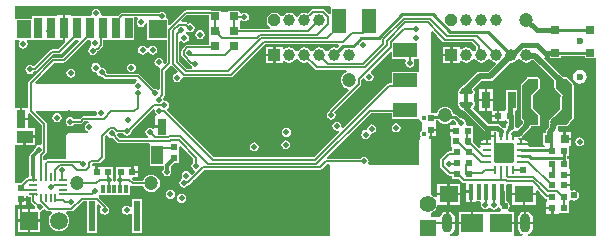
<source format=gbr>
%TF.GenerationSoftware,Altium Limited,Altium Designer,19.0.15 (446)*%
G04 Layer_Physical_Order=4*
G04 Layer_Color=16711680*
%FSLAX26Y26*%
%MOIN*%
%TF.FileFunction,Copper,L4,Bot,Signal*%
%TF.Part,Single*%
G01*
G75*
%TA.AperFunction,NonConductor*%
%ADD10C,0.008000*%
%TA.AperFunction,SMDPad,CuDef*%
%ADD12R,0.021654X0.023622*%
%ADD13R,0.023622X0.021654*%
%ADD22R,0.029528X0.031496*%
%ADD23R,0.023622X0.019685*%
%ADD24C,0.012008*%
%ADD25O,0.012008X0.062992*%
%ADD36C,0.047244*%
%ADD39R,0.019685X0.023622*%
%ADD52R,0.011811X0.031496*%
%TA.AperFunction,Conductor*%
%ADD54C,0.008000*%
%ADD55C,0.012000*%
%ADD56C,0.015000*%
%ADD57C,0.010000*%
%ADD58C,0.007874*%
%ADD60C,0.006000*%
%ADD61C,0.007992*%
%ADD63C,0.020000*%
%ADD64C,0.006063*%
%TA.AperFunction,ComponentPad*%
%ADD67C,0.039370*%
G04:AMPARAMS|DCode=68|XSize=39mil|YSize=39mil|CornerRadius=0mil|HoleSize=0mil|Usage=FLASHONLY|Rotation=0.000|XOffset=0mil|YOffset=0mil|HoleType=Round|Shape=Octagon|*
%AMOCTAGOND68*
4,1,8,0.019500,-0.009750,0.019500,0.009750,0.009750,0.019500,-0.009750,0.019500,-0.019500,0.009750,-0.019500,-0.009750,-0.009750,-0.019500,0.009750,-0.019500,0.019500,-0.009750,0.0*
%
%ADD68OCTAGOND68*%

%ADD69C,0.023622*%
%ADD70O,0.035433X0.062992*%
%TA.AperFunction,WasherPad*%
%ADD71C,0.015000*%
%TA.AperFunction,ComponentPad*%
%ADD72R,0.039000X0.039000*%
%ADD73C,0.059055*%
%ADD74R,0.059055X0.059055*%
%ADD75C,0.047244*%
%ADD76C,0.055118*%
%ADD77R,0.055118X0.055118*%
%TA.AperFunction,ViaPad*%
%ADD78C,0.024000*%
%ADD79C,0.019685*%
%ADD80C,0.025984*%
%TA.AperFunction,SMDPad,CuDef*%
%ADD83R,0.027559X0.068898*%
%ADD84R,0.059055X0.059055*%
%ADD85R,0.051181X0.059055*%
%ADD86R,0.031496X0.059055*%
%ADD87R,0.057087X0.039370*%
%ADD88R,0.031496X0.055118*%
%ADD89R,0.039370X0.061024*%
%ADD90R,0.023622X0.102362*%
%ADD91R,0.019685X0.019685*%
%ADD92R,0.029528X0.057087*%
G04:AMPARAMS|DCode=93|XSize=66.929mil|YSize=66.929mil|CornerRadius=2.008mil|HoleSize=0mil|Usage=FLASHONLY|Rotation=180.000|XOffset=0mil|YOffset=0mil|HoleType=Round|Shape=RoundedRectangle|*
%AMROUNDEDRECTD93*
21,1,0.066929,0.062913,0,0,180.0*
21,1,0.062913,0.066929,0,0,180.0*
1,1,0.004016,-0.031457,0.031457*
1,1,0.004016,0.031457,0.031457*
1,1,0.004016,0.031457,-0.031457*
1,1,0.004016,-0.031457,-0.031457*
%
%ADD93ROUNDEDRECTD93*%
G04:AMPARAMS|DCode=94|XSize=9.842mil|YSize=27.559mil|CornerRadius=1.968mil|HoleSize=0mil|Usage=FLASHONLY|Rotation=180.000|XOffset=0mil|YOffset=0mil|HoleType=Round|Shape=RoundedRectangle|*
%AMROUNDEDRECTD94*
21,1,0.009842,0.023622,0,0,180.0*
21,1,0.005906,0.027559,0,0,180.0*
1,1,0.003937,-0.002953,0.011811*
1,1,0.003937,0.002953,0.011811*
1,1,0.003937,0.002953,-0.011811*
1,1,0.003937,-0.002953,-0.011811*
%
%ADD94ROUNDEDRECTD94*%
G04:AMPARAMS|DCode=95|XSize=9.842mil|YSize=27.559mil|CornerRadius=1.968mil|HoleSize=0mil|Usage=FLASHONLY|Rotation=90.000|XOffset=0mil|YOffset=0mil|HoleType=Round|Shape=RoundedRectangle|*
%AMROUNDEDRECTD95*
21,1,0.009842,0.023622,0,0,90.0*
21,1,0.005906,0.027559,0,0,90.0*
1,1,0.003937,0.011811,0.002953*
1,1,0.003937,0.011811,-0.002953*
1,1,0.003937,-0.011811,-0.002953*
1,1,0.003937,-0.011811,0.002953*
%
%ADD95ROUNDEDRECTD95*%
%ADD96R,0.027559X0.025591*%
%TA.AperFunction,ConnectorPad*%
%ADD97R,0.062992X0.055118*%
%ADD98R,0.074803X0.061024*%
%ADD99R,0.015748X0.053150*%
%TA.AperFunction,SMDPad,CuDef*%
%ADD100O,0.008661X0.029528*%
%ADD101O,0.029528X0.008661*%
%ADD102R,0.029528X0.027559*%
%ADD103R,0.029528X0.025591*%
%ADD104R,0.029528X0.025591*%
%ADD105R,0.082677X0.047244*%
%ADD106R,0.047244X0.082677*%
%TA.AperFunction,Conductor*%
%ADD107C,0.015748*%
G36*
X1060907Y777367D02*
X1063976Y772638D01*
Y752314D01*
X1057976Y749829D01*
X1043551Y764254D01*
X1040931Y766005D01*
X1037840Y766620D01*
X1004606D01*
X1001516Y766005D01*
X998895Y764254D01*
X986878Y752236D01*
X985585Y753100D01*
X975984Y755010D01*
X966383Y753100D01*
X958244Y747661D01*
X954354Y741839D01*
X947615D01*
X943724Y747661D01*
X935585Y753100D01*
X925984Y755010D01*
X916383Y753100D01*
X908244Y747661D01*
X905695Y743847D01*
X898564Y743973D01*
X888195Y754342D01*
X863774D01*
X851563Y742132D01*
Y717711D01*
X862284Y706990D01*
X860176Y700990D01*
X760110D01*
Y727623D01*
X763429Y729259D01*
X766110Y729917D01*
X770422Y727036D01*
X776182Y725890D01*
X781943Y727036D01*
X786826Y730299D01*
X790089Y735183D01*
X791235Y740943D01*
X790089Y746704D01*
X786826Y751587D01*
X781943Y754851D01*
X776182Y755996D01*
X770422Y754851D01*
X766110Y751970D01*
X763429Y752628D01*
X760110Y754264D01*
Y758000D01*
X759843D01*
Y760630D01*
X720472D01*
Y758000D01*
X698819D01*
Y760630D01*
X670870D01*
X670822Y760678D01*
X668202Y762429D01*
X665111Y763043D01*
X580519D01*
X577428Y762429D01*
X574808Y760678D01*
X527197Y713067D01*
X521654Y715363D01*
Y734645D01*
X518487D01*
X515017Y740646D01*
X515819Y744676D01*
X514673Y750436D01*
X511410Y755320D01*
X506526Y758583D01*
X500766Y759729D01*
X495005Y758583D01*
X490488Y755565D01*
X369141D01*
X366051Y754950D01*
X363430Y753199D01*
X354719Y744488D01*
X328740D01*
Y744488D01*
X322834D01*
Y744488D01*
X301170D01*
X296983Y750488D01*
X297480Y752989D01*
X296334Y758750D01*
X293071Y763634D01*
X288188Y766897D01*
X282427Y768042D01*
X276667Y766897D01*
X271783Y763634D01*
X268520Y758750D01*
X267374Y752989D01*
X267872Y750488D01*
X263685Y744488D01*
X242220D01*
X242126Y744488D01*
Y744488D01*
X236220D01*
Y744488D01*
X200643D01*
X195866Y747441D01*
X195866Y747441D01*
X195866Y747441D01*
X178149D01*
Y705118D01*
Y659067D01*
X178901Y657252D01*
X154454Y632805D01*
X134571D01*
X131480Y632190D01*
X128860Y630439D01*
X75088Y576667D01*
X71528D01*
X66720Y579880D01*
X60960Y581025D01*
X55199Y579880D01*
X50316Y576616D01*
X47053Y571733D01*
X45907Y565972D01*
X47053Y560212D01*
X50316Y555328D01*
X55199Y552065D01*
X60960Y550919D01*
X66720Y552065D01*
X71604Y555328D01*
X74867Y560212D01*
X74927Y560514D01*
X78433D01*
X81524Y561129D01*
X84144Y562880D01*
X137916Y616652D01*
X157799D01*
X160890Y617266D01*
X163510Y619017D01*
X210240Y665748D01*
X222864D01*
X225160Y660205D01*
X169944Y604988D01*
X139615D01*
X136524Y604373D01*
X133904Y602622D01*
X58218Y526936D01*
X56468Y524316D01*
X55853Y521225D01*
Y443674D01*
X54134Y438386D01*
X34450D01*
Y404921D01*
X54134D01*
Y418459D01*
X60134Y420944D01*
X101223Y379856D01*
Y316927D01*
X95223Y313296D01*
X91535Y314029D01*
X85775Y312884D01*
X84854Y312268D01*
X79725Y316057D01*
Y337992D01*
X47244D01*
Y314370D01*
X77398D01*
X78660Y312654D01*
X80183Y308560D01*
X77628Y304737D01*
X76482Y298976D01*
X76712Y297821D01*
X62992Y284101D01*
X60578Y280489D01*
X59731Y276227D01*
Y212598D01*
X59957Y211459D01*
X55694Y205951D01*
X55427Y205820D01*
X54992D01*
X51511Y205127D01*
X48560Y203156D01*
X34380Y188976D01*
X15158D01*
Y188976D01*
X10035Y191094D01*
Y314370D01*
X39370D01*
Y341929D01*
X43307D01*
Y345866D01*
X79725D01*
Y369488D01*
X54134D01*
Y397047D01*
X30512D01*
Y400984D01*
X26576D01*
Y438386D01*
X10035D01*
Y665748D01*
X23985D01*
X24533Y665113D01*
X26643Y659748D01*
X24479Y656508D01*
X23333Y650748D01*
X24479Y644987D01*
X27742Y640104D01*
X32625Y636841D01*
X38386Y635695D01*
X44146Y636841D01*
X49030Y640104D01*
X52293Y644987D01*
X53439Y650748D01*
X52293Y656508D01*
X50129Y659748D01*
X52239Y665113D01*
X52786Y665748D01*
X106205D01*
X106299Y665748D01*
X112205D01*
X112299Y665748D01*
X147782Y665748D01*
X152559Y662795D01*
X154383Y662795D01*
X170275D01*
Y705118D01*
Y747441D01*
X152559D01*
X147782Y744488D01*
X146559Y744488D01*
X112299D01*
X112205Y744488D01*
X106299D01*
X106205Y744488D01*
X68898D01*
Y734645D01*
X10035D01*
Y777367D01*
X1060907Y777367D01*
D02*
G37*
G36*
X658110Y647935D02*
X585847D01*
X582756Y647320D01*
X580136Y645569D01*
X568635Y634069D01*
X566885Y631449D01*
X566270Y628358D01*
Y613642D01*
X566885Y610551D01*
X568635Y607931D01*
X593833Y582733D01*
X596453Y580982D01*
X596952Y580883D01*
X597115Y580065D01*
X600378Y575182D01*
X602788Y573571D01*
X600968Y567571D01*
X586110D01*
X558549Y595132D01*
Y658909D01*
X564549Y660729D01*
X565466Y659356D01*
X570350Y656093D01*
X576110Y654947D01*
X581871Y656093D01*
X586754Y659356D01*
X590017Y664239D01*
X591163Y670000D01*
X590017Y675760D01*
X586754Y680644D01*
X581871Y683907D01*
X580268Y689952D01*
X580525Y690445D01*
X587706Y692222D01*
X589517Y691013D01*
X595277Y689867D01*
X601038Y691013D01*
X605921Y694276D01*
X609184Y699159D01*
X610330Y704920D01*
X609184Y710680D01*
X605921Y715564D01*
X601038Y718827D01*
X595277Y719973D01*
X589517Y718827D01*
X589209Y718621D01*
X586365Y721465D01*
X583745Y723216D01*
X580654Y723831D01*
X568644D01*
X566348Y729374D01*
X583865Y746890D01*
X658110D01*
Y647935D01*
D02*
G37*
G36*
X421423Y733412D02*
X421207Y733267D01*
X417943Y728383D01*
X416798Y722623D01*
X417943Y716862D01*
X421207Y711979D01*
X426090Y708716D01*
X431851Y707570D01*
X437611Y708716D01*
X442495Y711979D01*
X445758Y716862D01*
X446756Y721880D01*
X452756Y721289D01*
Y665748D01*
X516577D01*
Y590595D01*
X511224Y585242D01*
X505694Y588197D01*
X506053Y590000D01*
X504907Y595760D01*
X501644Y600644D01*
X496760Y603907D01*
X491000Y605053D01*
X485240Y603907D01*
X480356Y600644D01*
X477093Y595760D01*
X475947Y590000D01*
X477093Y584240D01*
X480356Y579356D01*
X485240Y576093D01*
X491000Y574947D01*
X492803Y575306D01*
X495227Y572187D01*
X496048Y569833D01*
X494764Y567912D01*
X494149Y564821D01*
Y501536D01*
X493217Y500776D01*
X488149Y498878D01*
X484772Y501134D01*
X479012Y502280D01*
X475393Y501560D01*
X428226Y548727D01*
X425606Y550478D01*
X422515Y551093D01*
X402434D01*
X401843Y557092D01*
X403091Y557341D01*
X405369Y557794D01*
X410252Y561057D01*
X413515Y565941D01*
X414661Y571701D01*
X413515Y577462D01*
X410252Y582345D01*
X405369Y585609D01*
X399608Y586754D01*
X393848Y585609D01*
X388964Y582345D01*
X385701Y577462D01*
X384555Y571701D01*
X385701Y565941D01*
X388964Y561057D01*
X393848Y557794D01*
X396125Y557341D01*
X397374Y557092D01*
X396783Y551093D01*
X319561D01*
X315037Y556371D01*
X315053Y556451D01*
X313907Y562211D01*
X310644Y567095D01*
X305760Y570358D01*
X300000Y571504D01*
X294647Y576557D01*
X294421Y577694D01*
X291158Y582577D01*
X286274Y585841D01*
X280514Y586986D01*
X274753Y585841D01*
X269870Y582577D01*
X266607Y577694D01*
X265461Y571933D01*
X266607Y566173D01*
X269870Y561289D01*
X274753Y558026D01*
X280514Y556880D01*
X285867Y551827D01*
X286093Y550690D01*
X289356Y545807D01*
X294240Y542543D01*
X300000Y541398D01*
X303029Y542000D01*
X307724Y537305D01*
X310344Y535554D01*
X313435Y534940D01*
X416197D01*
X418225Y532265D01*
X415814Y525743D01*
X410931Y522480D01*
X407895Y517936D01*
X406496Y518516D01*
X80481D01*
X78185Y524059D01*
X142960Y588835D01*
X173289D01*
X176380Y589450D01*
X179000Y591200D01*
X253548Y665748D01*
X262636D01*
X265843Y659748D01*
X265567Y659336D01*
X264421Y653575D01*
X265567Y647815D01*
X262640Y641395D01*
X259972Y639612D01*
X256709Y634728D01*
X255563Y628968D01*
X256709Y623207D01*
X259972Y618323D01*
X264855Y615060D01*
X270616Y613915D01*
X276376Y615060D01*
X281260Y618323D01*
X284523Y623207D01*
X285423Y627735D01*
X286832D01*
X289923Y628350D01*
X292543Y630100D01*
X302949Y640506D01*
X304700Y643126D01*
X305315Y646217D01*
Y665748D01*
X322834D01*
Y665748D01*
X328740D01*
Y665748D01*
X366047D01*
X366141Y665748D01*
Y665748D01*
X372047D01*
Y665748D01*
X409448D01*
Y739412D01*
X419603D01*
X421423Y733412D01*
D02*
G37*
G36*
X1091366Y643860D02*
X1084978Y637473D01*
X1075984Y639261D01*
X1066383Y637352D01*
X1058244Y631913D01*
X1054354Y626091D01*
X1047614D01*
X1043724Y631913D01*
X1035585Y637352D01*
X1025984Y639261D01*
X1016383Y637352D01*
X1008244Y631913D01*
X1004354Y626091D01*
X997615D01*
X993724Y631913D01*
X985585Y637352D01*
X975984Y639261D01*
X966383Y637352D01*
X958244Y631913D01*
X954354Y626091D01*
X947615D01*
X943724Y631913D01*
X935585Y637352D01*
X925984Y639261D01*
X916383Y637352D01*
X909358Y632658D01*
X903358Y634579D01*
Y641547D01*
X879921D01*
Y614173D01*
Y586799D01*
X903358D01*
Y593767D01*
X909358Y595688D01*
X916383Y590994D01*
X925984Y589085D01*
X935585Y590994D01*
X943724Y596433D01*
X947615Y602255D01*
X954354D01*
X958244Y596433D01*
X966383Y590994D01*
X975984Y589085D01*
X985585Y590994D01*
X986013Y591280D01*
X1011080Y566213D01*
X1014031Y564242D01*
X1017512Y563549D01*
X1115399D01*
X1116593Y557549D01*
X1111984Y555640D01*
X1106021Y551065D01*
X1101446Y545102D01*
X1098570Y538159D01*
X1097589Y530707D01*
X1098570Y523256D01*
X1101446Y516313D01*
X1106021Y510350D01*
X1111984Y505775D01*
X1118927Y502899D01*
X1122766Y502394D01*
X1124917Y496058D01*
X1060158Y431300D01*
X1058407Y428680D01*
X1057988Y426571D01*
X1055225Y424725D01*
X1051961Y419841D01*
X1050816Y414081D01*
X1051961Y408320D01*
X1055225Y403437D01*
X1060108Y400173D01*
X1065869Y399028D01*
X1071629Y400173D01*
X1076513Y403437D01*
X1079776Y408320D01*
X1080922Y414081D01*
X1079776Y419841D01*
X1076513Y424725D01*
X1076505Y424803D01*
X1163633Y511931D01*
X1165383Y514551D01*
X1165998Y517642D01*
Y530484D01*
X1171773Y536259D01*
X1176568Y535485D01*
X1178552Y534553D01*
X1181356Y530356D01*
X1186239Y527093D01*
X1192000Y525947D01*
X1197761Y527093D01*
X1202644Y530356D01*
X1205907Y535240D01*
X1207053Y541000D01*
X1205907Y546760D01*
X1202644Y551644D01*
X1198447Y554448D01*
X1197515Y556433D01*
X1196742Y561227D01*
X1261189Y625675D01*
X1266732Y623379D01*
Y601378D01*
X1312334D01*
X1315422Y595378D01*
X1313845Y593017D01*
X1312699Y587257D01*
X1313845Y581496D01*
X1317108Y576613D01*
X1321991Y573350D01*
X1327752Y572204D01*
X1333512Y573350D01*
X1338396Y576613D01*
X1341659Y581496D01*
X1342805Y587257D01*
X1341659Y593017D01*
X1340082Y595378D01*
X1343170Y601378D01*
X1358074D01*
X1358074Y558465D01*
X1266732D01*
Y519387D01*
X1257077D01*
X1253598Y518695D01*
X1250648Y516724D01*
X1104454Y370530D01*
X1098925Y373486D01*
X1099699Y377378D01*
X1098553Y383138D01*
X1095290Y388022D01*
X1090406Y391285D01*
X1084646Y392431D01*
X1078885Y391285D01*
X1074002Y388022D01*
X1070738Y383138D01*
X1069593Y377378D01*
X1070738Y371617D01*
X1074002Y366734D01*
X1078885Y363471D01*
X1084646Y362325D01*
X1088538Y363099D01*
X1091493Y357569D01*
X1007976Y274053D01*
X673944D01*
X519570Y428427D01*
X520330Y436152D01*
X520445Y436228D01*
X523708Y441112D01*
X524854Y446872D01*
X523708Y452633D01*
X520445Y457516D01*
X515561Y460779D01*
X511808Y461526D01*
X506318Y464682D01*
X505172Y470443D01*
X505001Y470699D01*
X507936Y473635D01*
X509687Y476255D01*
X510302Y479345D01*
Y561476D01*
X526910Y578084D01*
X532622Y579722D01*
X534891Y577896D01*
X553302Y559485D01*
X552804Y556903D01*
X550939Y553363D01*
X546406Y552461D01*
X541523Y549198D01*
X538260Y544314D01*
X537114Y538554D01*
X538260Y532793D01*
X541523Y527910D01*
X546406Y524647D01*
X552167Y523501D01*
X557927Y524647D01*
X562811Y527910D01*
X566074Y532793D01*
X567027Y537582D01*
X571193Y540462D01*
X572545Y541111D01*
X575636Y540497D01*
X731644D01*
X734735Y541111D01*
X737355Y542862D01*
X843896Y649404D01*
X1089070D01*
X1091366Y643860D01*
D02*
G37*
G36*
X284863Y423122D02*
X284162Y419594D01*
X284895Y415907D01*
X281264Y409906D01*
X273599D01*
X273184Y409989D01*
X239877D01*
X236787Y409374D01*
X234167Y407624D01*
X226844Y400301D01*
X207930D01*
X206215Y402869D01*
X201331Y406132D01*
X195571Y407278D01*
X189810Y406132D01*
X184927Y402869D01*
X181663Y397985D01*
X180518Y392225D01*
X181663Y386464D01*
X184927Y381581D01*
X189810Y378317D01*
X195571Y377172D01*
X201331Y378317D01*
X206215Y381581D01*
X207930Y384148D01*
X230190D01*
X233280Y384763D01*
X235900Y386514D01*
X243223Y393836D01*
X256086D01*
X256677Y387836D01*
X253151Y387135D01*
X248267Y383872D01*
X245004Y378988D01*
X243858Y373228D01*
X245004Y367467D01*
X248267Y362583D01*
X253151Y359320D01*
X253949Y359161D01*
X253358Y353161D01*
X187992D01*
X184226Y351601D01*
X182665Y347835D01*
Y269094D01*
X181325Y267088D01*
X120105D01*
X117014Y266473D01*
X114394Y264722D01*
X112502Y262830D01*
X106502Y265315D01*
Y277399D01*
X115010Y285907D01*
X116761Y288527D01*
X117376Y291618D01*
Y383201D01*
X116761Y386292D01*
X115010Y388912D01*
X80343Y423579D01*
X82639Y429122D01*
X281158D01*
X284863Y423122D01*
D02*
G37*
G36*
X477392Y430976D02*
X477030Y429155D01*
X478176Y423394D01*
X481439Y418511D01*
X483959Y416827D01*
X482139Y410827D01*
X477362D01*
Y379331D01*
X500984D01*
Y371457D01*
X477362D01*
Y369567D01*
X471362Y367747D01*
X471230Y367945D01*
X466346Y371208D01*
X460586Y372354D01*
X454825Y371208D01*
X449942Y367945D01*
X446678Y363061D01*
X445533Y357301D01*
X446678Y351540D01*
X449942Y346657D01*
X454825Y343394D01*
X456460Y343068D01*
X455869Y337068D01*
X362150D01*
X352516Y346702D01*
X355002Y352702D01*
X373131D01*
X374846Y350134D01*
X379730Y346871D01*
X385491Y345726D01*
X391251Y346871D01*
X396135Y350134D01*
X399398Y355018D01*
X400544Y360779D01*
X400239Y362308D01*
X471863Y433932D01*
X477392Y430976D01*
D02*
G37*
G36*
X1266732Y401378D02*
X1355776D01*
X1359252Y401378D01*
X1362966Y396916D01*
X1364785Y394194D01*
X1368110Y391973D01*
Y363152D01*
X1364776Y360924D01*
X1362031Y356815D01*
X1361067Y351969D01*
X1362031Y347122D01*
X1364776Y343013D01*
X1362595Y337255D01*
X1362511Y337171D01*
X1360336Y333915D01*
X1358838Y330296D01*
X1358838Y330296D01*
X1358837Y330295D01*
X1358508Y328636D01*
X1358074Y326456D01*
X1358074Y326455D01*
X1358074Y326455D01*
X1358075Y324497D01*
Y247244D01*
X1191751D01*
X1188543Y253244D01*
X1189104Y254083D01*
X1190250Y259844D01*
X1189104Y265604D01*
X1185841Y270488D01*
X1180957Y273751D01*
X1175197Y274897D01*
X1169436Y273751D01*
X1164553Y270488D01*
X1162837Y267920D01*
X1052788D01*
X1050303Y273920D01*
X1197306Y420923D01*
X1266732D01*
Y401378D01*
D02*
G37*
G36*
X322309Y345237D02*
X324397Y342111D01*
X329281Y338848D01*
X335041Y337702D01*
X338070Y338305D01*
X353094Y323281D01*
X355714Y321530D01*
X358805Y320915D01*
X459570D01*
X460630Y315354D01*
X460630D01*
Y244488D01*
X508506D01*
Y236339D01*
X507466Y235644D01*
X504203Y230760D01*
X503057Y225000D01*
X504203Y219239D01*
X507466Y214356D01*
X512350Y211093D01*
X518110Y209947D01*
X523871Y211093D01*
X528754Y214356D01*
X532017Y219239D01*
X533163Y225000D01*
X532017Y230760D01*
X530776Y232618D01*
Y241249D01*
X542110Y252583D01*
X557858D01*
Y286047D01*
X557858D01*
Y291953D01*
X557858D01*
Y308991D01*
X563402Y311287D01*
X606034Y268654D01*
Y257360D01*
X603466Y255644D01*
X600203Y250760D01*
X599057Y245000D01*
X600203Y239239D01*
X603466Y234356D01*
X608350Y231093D01*
X609678Y230829D01*
X611653Y224318D01*
X602407Y215072D01*
X595896Y217047D01*
X595679Y218142D01*
X592415Y223025D01*
X587532Y226288D01*
X581771Y227434D01*
X576011Y226288D01*
X571127Y223025D01*
X567864Y218142D01*
X566718Y212381D01*
X567791Y206988D01*
X568252Y200962D01*
X565989Y199450D01*
X563368Y197699D01*
X560105Y192815D01*
X558960Y187055D01*
X560105Y181294D01*
X563368Y176411D01*
X568252Y173148D01*
X574013Y172002D01*
X579773Y173148D01*
X584657Y176411D01*
X587920Y181294D01*
X587980Y181597D01*
X588429D01*
X591520Y182212D01*
X594140Y183962D01*
X642558Y232380D01*
X1028252D01*
X1031343Y232995D01*
X1033963Y234746D01*
X1050984Y251767D01*
X1058534D01*
X1062100Y247244D01*
Y10035D01*
X10035Y10035D01*
Y108088D01*
X12205Y113189D01*
X16035Y113189D01*
X25984D01*
Y132874D01*
X29921D01*
Y136811D01*
X47638D01*
Y143042D01*
X53638Y144596D01*
X54747Y142936D01*
X57807Y140891D01*
X61417Y140173D01*
X63774D01*
Y128221D01*
X64389Y125130D01*
X66139Y122510D01*
X78948Y109701D01*
X78346Y106672D01*
X78523Y105783D01*
X73598Y99783D01*
X62205D01*
Y66318D01*
X95669D01*
Y92071D01*
X99159Y92765D01*
X104043Y96028D01*
X106131Y99154D01*
X112941Y100830D01*
X118643Y95128D01*
X121263Y93377D01*
X124354Y92762D01*
X131416D01*
X133425Y87647D01*
X133554Y86762D01*
X128177Y79754D01*
X124706Y71374D01*
X123522Y62381D01*
X124706Y53388D01*
X128177Y45008D01*
X133698Y37812D01*
X140895Y32290D01*
X149275Y28819D01*
X158268Y27635D01*
X167261Y28819D01*
X175641Y32290D01*
X182837Y37812D01*
X188359Y45008D01*
X191830Y53388D01*
X193014Y62381D01*
X191830Y71374D01*
X188359Y79754D01*
X182981Y86762D01*
X183111Y87647D01*
X185119Y92762D01*
X199176D01*
X202267Y93377D01*
X204887Y95128D01*
X237219Y127459D01*
X251559D01*
Y20331D01*
X285024D01*
Y114634D01*
X290567Y116930D01*
X299696Y107800D01*
X299627Y107101D01*
X296364Y102217D01*
X295219Y96457D01*
X296364Y90696D01*
X299627Y85812D01*
X304511Y82549D01*
X310272Y81404D01*
X316032Y82549D01*
X320916Y85812D01*
X324179Y90696D01*
X325325Y96457D01*
X324179Y102217D01*
X320916Y107101D01*
X318309Y108842D01*
X317733Y111738D01*
X315983Y114358D01*
X291743Y138598D01*
X292336Y145564D01*
X292461Y145852D01*
X293601Y146315D01*
X393291D01*
Y178706D01*
X399291Y180357D01*
X401123Y179133D01*
X404214Y178518D01*
X438198D01*
X440815Y172200D01*
X445391Y166238D01*
X451353Y161662D01*
X458297Y158786D01*
X465748Y157805D01*
X473199Y158786D01*
X480143Y161662D01*
X486105Y166238D01*
X490680Y172200D01*
X493557Y179144D01*
X494538Y186595D01*
X493557Y194046D01*
X490680Y200990D01*
X486105Y206952D01*
X480143Y211527D01*
X473199Y214404D01*
X465748Y215385D01*
X458297Y214404D01*
X451353Y211527D01*
X445391Y206952D01*
X440815Y200990D01*
X438198Y194671D01*
X407559D01*
X400947Y201283D01*
X403433Y207283D01*
X422480D01*
Y221063D01*
X402796D01*
Y225000D01*
X398859D01*
Y242716D01*
X383110D01*
X378333Y239764D01*
X377110Y239764D01*
X346693D01*
Y210236D01*
X346693D01*
X348521Y204236D01*
X348203Y203760D01*
X347057Y198000D01*
X347287Y196847D01*
X343110Y191399D01*
X338934Y196847D01*
X339163Y198000D01*
X338017Y203760D01*
X337700Y204236D01*
X339528Y210236D01*
X339528D01*
Y239764D01*
X307887D01*
X303110Y242716D01*
X303110Y242717D01*
X303110Y242716D01*
X287362D01*
Y225000D01*
X279488D01*
Y242716D01*
X271065D01*
X267483Y244919D01*
X267261Y247719D01*
X272289Y253097D01*
X289699D01*
X292789Y253712D01*
X295409Y255462D01*
X308233Y268286D01*
X309984Y270906D01*
X310598Y273997D01*
Y342012D01*
X315499Y346912D01*
X322309Y345237D01*
D02*
G37*
G36*
X1418027Y679376D02*
X1419286Y677490D01*
X1437784Y658993D01*
X1440735Y657021D01*
X1444216Y656329D01*
X1534720D01*
X1549565Y641484D01*
Y632428D01*
X1548795Y631913D01*
X1544905Y626091D01*
X1538166D01*
X1534276Y631913D01*
X1526136Y637352D01*
X1516535Y639261D01*
X1506935Y637352D01*
X1499909Y632658D01*
X1493909Y634579D01*
Y641547D01*
X1470472D01*
Y614173D01*
Y586799D01*
X1493909D01*
Y593767D01*
X1499909Y595688D01*
X1506935Y590994D01*
X1516535Y589085D01*
X1526136Y590994D01*
X1534276Y596433D01*
X1538166Y602255D01*
X1544905D01*
X1548795Y596433D01*
X1556935Y590994D01*
X1566535Y589085D01*
X1576136Y590994D01*
X1584276Y596433D01*
X1588166Y602255D01*
X1594905D01*
X1598795Y596433D01*
X1606935Y590994D01*
X1612291Y589929D01*
X1614266Y583419D01*
X1588790Y557943D01*
X1559915D01*
X1554092Y556784D01*
X1549157Y553487D01*
X1508338Y512668D01*
X1508198Y512649D01*
X1501163Y509735D01*
X1495121Y505099D01*
X1490485Y499058D01*
X1487571Y492022D01*
X1487338Y490252D01*
X1487407Y490238D01*
X1487053Y488460D01*
X1487746Y484979D01*
X1488976Y483137D01*
X1488976Y457808D01*
X1487746Y455966D01*
X1487053Y452485D01*
X1487407Y450707D01*
X1487338Y450692D01*
X1487571Y448922D01*
X1490485Y441887D01*
X1495121Y435846D01*
X1501163Y431210D01*
X1508198Y428296D01*
X1508567Y428247D01*
X1573722Y363092D01*
X1577831Y360347D01*
X1582677Y359383D01*
X1596686D01*
X1599217Y356299D01*
Y348425D01*
X1612204D01*
Y340551D01*
X1599217D01*
Y335485D01*
X1597371Y331762D01*
X1593648Y329917D01*
X1588583D01*
Y316929D01*
X1584646D01*
Y312992D01*
X1562995D01*
X1563563Y310136D01*
X1564189Y309199D01*
X1563708Y306998D01*
X1557515Y304707D01*
X1538386Y323836D01*
Y342519D01*
X1538386D01*
Y346695D01*
X1538386D01*
Y378190D01*
X1516986D01*
X1513512Y384190D01*
X1514311Y388210D01*
X1513165Y393971D01*
X1509902Y398854D01*
X1505018Y402117D01*
X1499258Y403263D01*
X1496452Y402705D01*
X1496447Y402706D01*
X1485603Y413550D01*
X1482321Y415743D01*
X1478450Y416513D01*
X1473278D01*
X1472690Y420975D01*
X1469814Y427918D01*
X1465239Y433881D01*
X1459277Y438456D01*
X1452333Y441332D01*
X1444882Y442313D01*
X1437431Y441332D01*
X1430487Y438456D01*
X1424525Y433881D01*
X1419949Y427918D01*
X1418085Y423417D01*
X1413386Y420276D01*
X1400527D01*
X1399719Y420826D01*
X1396654Y426276D01*
X1397067Y427273D01*
X1397830Y431113D01*
X1397830Y433068D01*
X1397830Y433070D01*
X1397831Y691087D01*
X1403831Y693572D01*
X1418027Y679376D01*
D02*
G37*
G36*
X1910236Y603937D02*
X1947638D01*
X1948627Y598346D01*
Y10035D01*
X1722900D01*
X1721707Y16035D01*
X1725504Y17608D01*
X1730850Y21709D01*
X1734952Y27055D01*
X1737530Y33280D01*
X1738410Y39961D01*
Y49803D01*
X1712599D01*
X1686787D01*
Y39961D01*
X1687667Y33280D01*
X1690245Y27055D01*
X1694347Y21709D01*
X1699693Y17608D01*
X1703490Y16035D01*
X1702296Y10035D01*
X1676839D01*
X1675197Y15354D01*
X1675197Y16035D01*
Y49803D01*
X1629922D01*
Y57677D01*
X1675197D01*
Y92126D01*
X1657646D01*
X1655825Y98126D01*
X1655900Y98176D01*
X1659640Y103773D01*
X1660953Y110376D01*
X1659640Y116978D01*
X1655900Y122575D01*
X1650303Y126315D01*
X1646904Y126991D01*
Y159055D01*
X1646654Y160315D01*
Y179309D01*
X1646933Y179812D01*
X1652654Y183767D01*
X1652959Y183706D01*
X1669292D01*
Y154133D01*
X1748032D01*
Y160847D01*
X1754032Y163333D01*
X1762322Y155043D01*
X1762670Y154521D01*
X1775466Y141725D01*
X1775988Y141377D01*
X1779568Y137797D01*
X1782519Y135825D01*
X1785999Y135132D01*
X1786024Y135108D01*
Y127021D01*
X1783071Y122244D01*
X1783071Y118845D01*
Y107480D01*
X1802756D01*
Y103543D01*
X1806693D01*
Y84843D01*
X1822441D01*
X1827218Y87795D01*
X1828441Y87795D01*
X1858858D01*
Y119291D01*
X1858858D01*
X1858859Y123622D01*
X1859911Y129186D01*
X1864858Y131831D01*
X1867413Y130124D01*
X1874016Y128810D01*
X1880618Y130124D01*
X1886215Y133863D01*
X1889955Y139461D01*
X1891268Y146063D01*
X1889955Y152665D01*
X1886215Y158263D01*
X1880618Y162002D01*
X1874016Y163316D01*
X1867791Y162078D01*
X1867268Y162093D01*
X1861811Y165475D01*
Y175905D01*
X1842126D01*
Y183779D01*
X1861811D01*
Y196142D01*
Y210905D01*
X1842126D01*
Y218779D01*
X1861811D01*
Y233543D01*
X1858858Y235095D01*
Y266590D01*
X1852793D01*
Y277811D01*
X1858858D01*
X1858858Y309307D01*
X1864212Y310866D01*
X1866142D01*
Y330551D01*
X1843504D01*
Y334488D01*
X1839567D01*
Y358110D01*
X1823848D01*
X1823462Y358399D01*
X1820355Y363682D01*
X1821513Y369504D01*
Y375785D01*
X1822488Y376760D01*
X1850000D01*
X1850232Y376856D01*
X1850473Y376781D01*
X1852085Y377624D01*
X1853766Y378320D01*
X1853863Y378552D01*
X1854086Y378669D01*
X1872196Y400323D01*
X1872741Y402059D01*
X1873437Y403740D01*
Y513583D01*
X1872741Y515263D01*
X1872196Y517000D01*
X1854086Y538654D01*
X1853863Y538770D01*
X1853766Y539003D01*
X1852086Y539699D01*
X1850473Y540542D01*
X1850232Y540467D01*
X1850000Y540563D01*
X1838826D01*
X1775631Y603758D01*
X1777727Y608514D01*
X1778492Y609383D01*
X1794094D01*
Y603937D01*
X1831496D01*
Y611144D01*
X1910236D01*
Y603937D01*
D02*
G37*
G36*
X1698795Y596433D02*
X1706935Y590994D01*
X1716535Y589085D01*
X1726136Y590994D01*
X1733933Y596204D01*
X1740155D01*
X1809634Y526725D01*
Y504724D01*
X1810401Y502872D01*
X1811146Y501006D01*
X1831395Y480234D01*
X1830433Y478793D01*
X1829274Y472971D01*
Y434914D01*
X1811388Y416564D01*
X1795542Y400718D01*
X1792244Y395783D01*
X1791086Y389961D01*
X1791869Y386024D01*
X1791086Y382087D01*
Y375806D01*
X1784361Y369080D01*
X1781063Y364145D01*
X1779905Y358323D01*
Y355158D01*
X1770669D01*
Y313819D01*
X1776356D01*
X1780125Y307819D01*
X1779904Y307361D01*
X1724714D01*
X1720799Y312992D01*
X1698819D01*
Y316929D01*
X1694882D01*
Y329917D01*
X1690876D01*
X1686847Y335850D01*
X1687301Y336939D01*
X1690736D01*
X1696559Y338098D01*
X1701494Y341395D01*
X1729262Y369163D01*
X1732560Y374099D01*
X1733089Y376760D01*
X1755905D01*
X1759672Y378320D01*
X1761232Y382087D01*
Y412598D01*
X1760465Y414451D01*
X1759720Y416317D01*
X1738398Y438190D01*
Y479132D01*
X1759720Y501006D01*
X1760464Y502868D01*
X1761232Y504724D01*
Y535236D01*
X1759672Y539003D01*
X1755905Y540563D01*
X1720866D01*
X1720634Y540467D01*
X1720393Y540542D01*
X1718781Y539699D01*
X1717100Y539003D01*
X1717003Y538770D01*
X1716780Y538654D01*
X1698670Y517000D01*
X1698125Y515263D01*
X1697429Y513583D01*
Y403740D01*
X1698125Y402059D01*
X1698670Y400323D01*
X1703291Y394797D01*
Y386223D01*
X1687486Y370418D01*
X1683321Y370651D01*
X1682810Y370938D01*
X1678801Y376341D01*
X1679200Y378349D01*
Y411181D01*
X1678236Y416028D01*
X1676968Y417925D01*
Y426181D01*
X1680524Y430709D01*
X1686417D01*
Y497638D01*
X1647047D01*
Y432172D01*
X1642095Y428180D01*
X1640551Y429134D01*
X1638727Y429134D01*
X1624803D01*
Y411417D01*
Y393701D01*
X1640551D01*
X1645328Y396653D01*
X1649628Y396654D01*
X1653871Y392411D01*
Y386597D01*
X1652738Y385840D01*
X1649475Y380957D01*
X1648330Y375196D01*
X1644797Y371323D01*
X1638296Y371441D01*
X1628735Y381002D01*
X1624626Y383748D01*
X1619779Y384712D01*
X1587923D01*
X1536555Y436080D01*
X1541011Y441887D01*
X1543925Y448922D01*
X1544158Y450692D01*
X1544089Y450707D01*
X1544443Y452485D01*
X1543750Y455966D01*
X1542507Y457826D01*
X1542507Y483119D01*
X1543750Y484979D01*
X1544443Y488460D01*
X1544089Y490238D01*
X1544158Y490252D01*
X1543925Y492022D01*
X1541011Y499058D01*
X1539599Y500898D01*
X1566216Y527515D01*
X1595091D01*
X1600913Y528673D01*
X1605849Y531971D01*
X1663555Y589678D01*
X1666535Y589085D01*
X1676136Y590994D01*
X1684276Y596433D01*
X1688166Y602255D01*
X1694905D01*
X1698795Y596433D01*
D02*
G37*
G36*
X1527748Y503472D02*
X1533748Y499472D01*
X1537748Y491472D01*
X1535748Y484472D01*
X1495748D01*
X1493764Y489488D01*
X1497757Y497481D01*
X1503748Y503472D01*
X1511719Y505471D01*
X1517903Y505471D01*
X1523748Y505472D01*
X1527748Y503472D01*
D02*
G37*
G36*
X1535747Y448472D02*
X1531724Y442471D01*
X1527736Y438483D01*
X1523106Y436473D01*
X1515748Y434472D01*
X1509747Y436473D01*
X1505771Y438482D01*
X1499747Y442472D01*
X1495785Y448472D01*
Y456472D01*
X1535747D01*
Y448472D01*
D02*
G37*
G36*
X1868110Y513583D02*
Y403740D01*
X1850000Y382087D01*
X1814961D01*
Y412598D01*
X1837795Y436024D01*
Y481299D01*
X1814961Y504724D01*
Y535236D01*
X1850000D01*
X1868110Y513583D01*
D02*
G37*
G36*
X1755905Y504724D02*
X1733071Y481299D01*
Y436024D01*
X1755905Y412598D01*
Y382087D01*
X1720866D01*
X1702756Y403740D01*
Y513583D01*
X1720866Y535236D01*
X1755905D01*
Y504724D01*
D02*
G37*
G36*
X1424525Y393166D02*
X1430487Y388591D01*
X1437431Y385715D01*
X1444882Y384734D01*
X1452333Y385715D01*
X1459277Y388591D01*
X1465239Y393166D01*
X1467630Y396282D01*
X1474260D01*
X1481282Y389259D01*
X1480745Y382242D01*
X1479557Y381143D01*
X1462598D01*
Y366380D01*
X1482284D01*
Y358506D01*
X1462598D01*
Y343742D01*
X1465551Y342519D01*
Y311287D01*
X1465551Y311024D01*
X1465551D01*
X1467519Y306102D01*
X1467520Y306102D01*
Y292868D01*
X1457197D01*
X1453716Y292176D01*
X1450765Y290204D01*
X1431497Y270936D01*
X1429525Y267985D01*
X1428833Y264505D01*
Y243901D01*
X1429525Y240420D01*
X1431497Y237469D01*
X1454009Y214957D01*
X1456960Y212985D01*
X1460441Y212293D01*
X1467520D01*
Y202362D01*
X1488120D01*
X1500617Y189865D01*
X1503568Y187894D01*
X1507049Y187201D01*
X1515748D01*
Y162992D01*
X1531496D01*
Y159055D01*
X1535433D01*
Y124606D01*
X1547244D01*
Y127559D01*
X1562579D01*
X1565786Y121559D01*
X1565227Y120721D01*
X1564081Y114961D01*
X1565227Y109200D01*
X1568490Y104317D01*
X1573373Y101053D01*
X1579134Y99908D01*
X1584894Y101053D01*
X1589778Y104317D01*
X1590013Y104669D01*
X1597229D01*
X1598017Y103490D01*
X1602901Y100227D01*
X1608661Y99081D01*
X1614422Y100227D01*
X1619305Y103490D01*
X1621151Y106251D01*
X1627520Y104984D01*
X1627761Y103773D01*
X1631501Y98176D01*
X1631576Y98126D01*
X1629756Y92126D01*
X1586708D01*
X1580708Y92126D01*
X1578646Y92126D01*
X1539370D01*
Y53740D01*
X1535433D01*
Y49803D01*
X1490157D01*
Y16035D01*
X1488515Y10035D01*
X1463058D01*
X1461864Y16035D01*
X1465661Y17608D01*
X1471007Y21709D01*
X1475109Y27055D01*
X1477688Y33280D01*
X1478567Y39961D01*
Y49803D01*
X1452756D01*
Y53740D01*
X1448819D01*
Y92813D01*
X1446075Y92451D01*
X1439850Y89873D01*
X1434505Y85771D01*
X1430403Y80425D01*
X1427824Y74200D01*
X1422047Y74016D01*
X1421748Y74016D01*
X1397638D01*
Y87520D01*
X1402995Y89739D01*
X1409779Y94945D01*
X1414986Y101730D01*
X1418258Y109631D01*
X1418934Y114763D01*
X1452756D01*
Y146259D01*
X1417323D01*
Y141301D01*
X1411323Y139264D01*
X1409779Y141275D01*
X1402995Y146482D01*
X1397638Y148701D01*
Y164398D01*
X1397830Y165366D01*
X1397830Y165366D01*
X1397830Y165367D01*
X1397830Y167321D01*
X1397830Y167322D01*
X1397830Y324498D01*
X1397831Y326457D01*
X1397638Y327427D01*
Y334646D01*
X1396430D01*
X1392436Y339095D01*
X1393123Y344488D01*
X1393701D01*
Y364173D01*
X1397638D01*
Y368110D01*
X1416339D01*
Y383858D01*
X1416339D01*
X1413386Y386811D01*
Y398418D01*
X1420495D01*
X1424525Y393166D01*
D02*
G37*
%LPC*%
G36*
X628160Y697311D02*
X622399Y696166D01*
X617516Y692903D01*
X614253Y688019D01*
X613107Y682258D01*
X614253Y676498D01*
X617516Y671614D01*
X622399Y668351D01*
X628160Y667205D01*
X633920Y668351D01*
X638804Y671614D01*
X642067Y676498D01*
X643213Y682258D01*
X642067Y688019D01*
X638804Y692903D01*
X633920Y696166D01*
X628160Y697311D01*
D02*
G37*
G36*
X470078Y645760D02*
X464317Y644615D01*
X459434Y641351D01*
X456795Y637403D01*
X453841Y636811D01*
X453666Y636807D01*
X450214Y637275D01*
X447652Y641109D01*
X442768Y644372D01*
X437008Y645518D01*
X431247Y644372D01*
X426364Y641109D01*
X423101Y636225D01*
X421955Y630465D01*
X423101Y624704D01*
X426364Y619821D01*
X431247Y616557D01*
X437008Y615412D01*
X442768Y616557D01*
X447652Y619821D01*
X450291Y623769D01*
X453245Y624361D01*
X453419Y624365D01*
X456872Y623897D01*
X459434Y620063D01*
X464317Y616800D01*
X470078Y615654D01*
X475838Y616800D01*
X480722Y620063D01*
X483985Y624947D01*
X485131Y630707D01*
X483985Y636468D01*
X480722Y641351D01*
X475838Y644615D01*
X470078Y645760D01*
D02*
G37*
G36*
X197835Y568729D02*
X192074Y567583D01*
X187190Y564320D01*
X183927Y559436D01*
X182782Y553676D01*
X183927Y547915D01*
X187190Y543032D01*
X192074Y539768D01*
X197835Y538623D01*
X203595Y539768D01*
X208479Y543032D01*
X211742Y547915D01*
X212888Y553676D01*
X211742Y559436D01*
X208479Y564320D01*
X203595Y567583D01*
X197835Y568729D01*
D02*
G37*
G36*
X872047Y641547D02*
X848610D01*
Y618110D01*
X872047D01*
Y641547D01*
D02*
G37*
G36*
Y610236D02*
X848610D01*
Y586799D01*
X872047D01*
Y610236D01*
D02*
G37*
G36*
X916110Y371053D02*
X910350Y369907D01*
X905466Y366644D01*
X902203Y361760D01*
X901057Y356000D01*
X902203Y350239D01*
X905466Y345356D01*
X910350Y342093D01*
X916110Y340947D01*
X921871Y342093D01*
X926754Y345356D01*
X930017Y350239D01*
X931163Y356000D01*
X930017Y361760D01*
X926754Y366644D01*
X921871Y369907D01*
X916110Y371053D01*
D02*
G37*
G36*
X914110Y330053D02*
X908350Y328907D01*
X903466Y325644D01*
X900203Y320760D01*
X899057Y315000D01*
X900203Y309239D01*
X903466Y304356D01*
X908350Y301093D01*
X914110Y299947D01*
X919871Y301093D01*
X924754Y304356D01*
X928017Y309239D01*
X929163Y315000D01*
X928017Y320760D01*
X924754Y325644D01*
X919871Y328907D01*
X914110Y330053D01*
D02*
G37*
G36*
X809055Y323212D02*
X803295Y322066D01*
X798411Y318803D01*
X795148Y313919D01*
X794002Y308159D01*
X795148Y302398D01*
X798411Y297515D01*
X803295Y294252D01*
X809055Y293106D01*
X814816Y294252D01*
X819699Y297515D01*
X822962Y302398D01*
X824108Y308159D01*
X822962Y313919D01*
X819699Y318803D01*
X814816Y322066D01*
X809055Y323212D01*
D02*
G37*
G36*
X151575Y420565D02*
X145814Y419419D01*
X140931Y416156D01*
X137668Y411272D01*
X136522Y405512D01*
X137668Y399751D01*
X140931Y394868D01*
X145814Y391604D01*
X151575Y390459D01*
X157335Y391604D01*
X162219Y394868D01*
X165482Y399751D01*
X166628Y405512D01*
X165482Y411272D01*
X162219Y416156D01*
X157335Y419419D01*
X151575Y420565D01*
D02*
G37*
G36*
X1282110Y386053D02*
X1276350Y384907D01*
X1271466Y381644D01*
X1268203Y376760D01*
X1267057Y371000D01*
X1268203Y365239D01*
X1271466Y360356D01*
X1276350Y357093D01*
X1282110Y355947D01*
X1287871Y357093D01*
X1292754Y360356D01*
X1296017Y365239D01*
X1297163Y371000D01*
X1296017Y376760D01*
X1292754Y381644D01*
X1287871Y384907D01*
X1282110Y386053D01*
D02*
G37*
G36*
X1200745Y383256D02*
X1194985Y382110D01*
X1190101Y378847D01*
X1186838Y373963D01*
X1185692Y368203D01*
X1180497Y363673D01*
X1174737Y362527D01*
X1169853Y359264D01*
X1166590Y354380D01*
X1165444Y348620D01*
X1166590Y342860D01*
X1169853Y337976D01*
X1174737Y334713D01*
X1180497Y333567D01*
X1186258Y334713D01*
X1191141Y337976D01*
X1194404Y342860D01*
X1195550Y348620D01*
X1200745Y353150D01*
X1206506Y354296D01*
X1211389Y357559D01*
X1214652Y362442D01*
X1215798Y368203D01*
X1214652Y373963D01*
X1211389Y378847D01*
X1206506Y382110D01*
X1200745Y383256D01*
D02*
G37*
G36*
X406733Y242716D02*
Y228937D01*
X422480D01*
Y242716D01*
X406733D01*
D02*
G37*
G36*
X529528Y164659D02*
X523767Y163513D01*
X518883Y160250D01*
X515620Y155367D01*
X514475Y149606D01*
X515620Y143846D01*
X518883Y138962D01*
X523767Y135699D01*
X529528Y134553D01*
X535288Y135699D01*
X540172Y138962D01*
X543435Y143846D01*
X544581Y149606D01*
X543435Y155367D01*
X540172Y160250D01*
X535288Y163513D01*
X529528Y164659D01*
D02*
G37*
G36*
X566929Y150880D02*
X561169Y149734D01*
X556285Y146471D01*
X553022Y141587D01*
X551876Y135827D01*
X553022Y130066D01*
X556285Y125183D01*
X561169Y121919D01*
X566929Y120774D01*
X572690Y121919D01*
X577573Y125183D01*
X580836Y130066D01*
X581982Y135827D01*
X580836Y141587D01*
X577573Y146471D01*
X572690Y149734D01*
X566929Y150880D01*
D02*
G37*
G36*
X47638Y128937D02*
X33858D01*
Y113189D01*
X47638D01*
Y128937D01*
D02*
G37*
G36*
X434630Y132535D02*
X401165D01*
Y107266D01*
X395165Y105446D01*
X394060Y107101D01*
X389176Y110364D01*
X383415Y111510D01*
X377655Y110364D01*
X372771Y107101D01*
X369508Y102217D01*
X368362Y96457D01*
X369508Y90696D01*
X372771Y85812D01*
X377655Y82549D01*
X383415Y81404D01*
X389176Y82549D01*
X394060Y85812D01*
X395165Y87467D01*
X401165Y85647D01*
Y20331D01*
X434630D01*
Y132535D01*
D02*
G37*
G36*
X54331Y99783D02*
X20866D01*
Y66318D01*
X54331D01*
Y99783D01*
D02*
G37*
G36*
X95669Y58444D02*
X62205D01*
Y24980D01*
X95669D01*
Y58444D01*
D02*
G37*
G36*
X54331D02*
X20866D01*
Y24980D01*
X54331D01*
Y58444D01*
D02*
G37*
G36*
X1462598Y641547D02*
X1439161D01*
Y618110D01*
X1462598D01*
Y641547D01*
D02*
G37*
G36*
Y610236D02*
X1439161D01*
Y586799D01*
X1462598D01*
Y610236D01*
D02*
G37*
G36*
X1580709Y329917D02*
X1572835D01*
X1568994Y329153D01*
X1565739Y326978D01*
X1563563Y323722D01*
X1562995Y320866D01*
X1580709D01*
Y329917D01*
D02*
G37*
G36*
X1893701Y564420D02*
X1884868Y562663D01*
X1877380Y557659D01*
X1872377Y550171D01*
X1870620Y541338D01*
X1872377Y532506D01*
X1877380Y525018D01*
X1884868Y520014D01*
X1893701Y518257D01*
X1902534Y520014D01*
X1910022Y525018D01*
X1915025Y532506D01*
X1916782Y541338D01*
X1915025Y550171D01*
X1910022Y557659D01*
X1902534Y562663D01*
X1893701Y564420D01*
D02*
G37*
G36*
X1866142Y358110D02*
X1847441D01*
Y338425D01*
X1866142D01*
Y358110D01*
D02*
G37*
G36*
X1893799Y339553D02*
X1888039Y338407D01*
X1883155Y335144D01*
X1879892Y330260D01*
X1878746Y324500D01*
X1879892Y318739D01*
X1883155Y313856D01*
X1888039Y310593D01*
X1893799Y309447D01*
X1899560Y310593D01*
X1904443Y313856D01*
X1907706Y318739D01*
X1908852Y324500D01*
X1907706Y330260D01*
X1904443Y335144D01*
X1899560Y338407D01*
X1893799Y339553D01*
D02*
G37*
G36*
X1748032Y146259D02*
X1712599D01*
Y114763D01*
X1748032D01*
Y146259D01*
D02*
G37*
G36*
X1704725D02*
X1669292D01*
Y114763D01*
X1704725D01*
Y146259D01*
D02*
G37*
G36*
X1798819Y99606D02*
X1783071D01*
Y84843D01*
X1798819D01*
Y99606D01*
D02*
G37*
G36*
X1716536Y92813D02*
Y57677D01*
X1738410D01*
Y67520D01*
X1737530Y74200D01*
X1734952Y80425D01*
X1730850Y85771D01*
X1725504Y89873D01*
X1719279Y92451D01*
X1716536Y92813D01*
D02*
G37*
G36*
X1708662D02*
X1705918Y92451D01*
X1699693Y89873D01*
X1694347Y85771D01*
X1690245Y80425D01*
X1687667Y74200D01*
X1686787Y67520D01*
Y57677D01*
X1708662D01*
Y92813D01*
D02*
G37*
G36*
X1604724Y500591D02*
X1586024D01*
Y468110D01*
X1604724D01*
Y500591D01*
D02*
G37*
G36*
X1578150D02*
X1559449D01*
Y468110D01*
X1578150D01*
Y500591D01*
D02*
G37*
G36*
X1582087Y464173D02*
D01*
D01*
D01*
D02*
G37*
G36*
X1578150Y460236D02*
X1559449D01*
Y427756D01*
X1578150D01*
Y460236D01*
D02*
G37*
G36*
X1604724D02*
X1586024D01*
Y427756D01*
X1599295D01*
X1601181Y427756D01*
X1601181Y424602D01*
X1601181Y415354D01*
X1616928D01*
Y429134D01*
X1606611D01*
X1604725Y429134D01*
X1604725Y432288D01*
X1604724Y460236D01*
D02*
G37*
G36*
X1616928Y407480D02*
X1601181D01*
Y393701D01*
X1616928D01*
Y407480D01*
D02*
G37*
G36*
X1710630Y329917D02*
X1702756D01*
Y320866D01*
X1720469D01*
X1719901Y323722D01*
X1717726Y326978D01*
X1714470Y329153D01*
X1710630Y329917D01*
D02*
G37*
G36*
X1416339Y360236D02*
X1401575D01*
Y344488D01*
X1416339D01*
Y360236D01*
D02*
G37*
G36*
X1496063Y185629D02*
X1460630D01*
Y154133D01*
X1496063D01*
Y185629D01*
D02*
G37*
G36*
X1452756D02*
X1417323D01*
Y154133D01*
X1452756D01*
Y185629D01*
D02*
G37*
G36*
X1527559Y155118D02*
X1515748D01*
Y124606D01*
X1527559D01*
Y155118D01*
D02*
G37*
G36*
X1496063Y146259D02*
X1460630D01*
Y114763D01*
X1496063D01*
Y146259D01*
D02*
G37*
G36*
X1456693Y92813D02*
Y57678D01*
X1478567D01*
Y67520D01*
X1477688Y74200D01*
X1475109Y80425D01*
X1471007Y85771D01*
X1465661Y89873D01*
X1459436Y92451D01*
X1456693Y92813D01*
D02*
G37*
G36*
X1531496Y92126D02*
X1490157D01*
Y57677D01*
X1531496D01*
Y92126D01*
D02*
G37*
%LPD*%
D10*
X1496149Y452485D02*
G03*
X1535347Y452485I19599J3987D01*
G01*
Y488460D02*
G03*
X1496149Y488460I-19599J-3987D01*
G01*
D12*
X1397638Y403543D02*
D03*
Y364173D02*
D03*
X542110Y269315D02*
D03*
Y308685D02*
D03*
D13*
X1802756Y103543D02*
D03*
X1842126D02*
D03*
X1802756Y139370D02*
D03*
X1842126D02*
D03*
X1484252Y290354D02*
D03*
X1523622D02*
D03*
X1521653Y326772D02*
D03*
X1482283D02*
D03*
Y362442D02*
D03*
X1521653D02*
D03*
X1523622Y253937D02*
D03*
X1484252D02*
D03*
X1523622Y218110D02*
D03*
X1484252D02*
D03*
X1842126Y293559D02*
D03*
X1802756D02*
D03*
X1842126Y250842D02*
D03*
X1802756D02*
D03*
X1842126Y214842D02*
D03*
X1802756D02*
D03*
D22*
X1790354Y334488D02*
D03*
X1843504D02*
D03*
D23*
X1620866Y411417D02*
D03*
X1660236D02*
D03*
X1802756Y179842D02*
D03*
X1842126D02*
D03*
X363425Y225000D02*
D03*
X402795D02*
D03*
X283425D02*
D03*
X322795D02*
D03*
D24*
X1515748Y496063D02*
D03*
D25*
Y470472D02*
D03*
D36*
X1444882Y413524D02*
D03*
X465748Y186595D02*
D03*
X219095D02*
D03*
D39*
X29921Y172244D02*
D03*
Y132874D02*
D03*
D52*
X323409Y166984D02*
D03*
X343094D02*
D03*
X362779D02*
D03*
X382464D02*
D03*
X303724D02*
D03*
D54*
X1387763Y722503D02*
X1425718Y684548D01*
Y683922D02*
X1444216Y665425D01*
X1425718Y683922D02*
Y684548D01*
X1558661Y622047D02*
Y645252D01*
X1538488Y665425D02*
X1558661Y645252D01*
X1444216Y665425D02*
X1538488D01*
X1608661Y622047D02*
X1616535Y629921D01*
X1796220Y144228D02*
X1803047Y137402D01*
X1781898Y148157D02*
X1782071D01*
X1769102Y160952D02*
X1781898Y148157D01*
X1769102Y160952D02*
Y161126D01*
X1841433Y137402D02*
X1842417D01*
X1817756Y161079D02*
X1841433Y137402D01*
X1842417Y99213D02*
Y137401D01*
X1782024Y166305D02*
Y166478D01*
X1770795Y177706D02*
X1782024Y166478D01*
X1770795Y177706D02*
Y178008D01*
X1743079Y205724D02*
X1770795Y178008D01*
X1742604Y205724D02*
X1743079D01*
X1740714Y207614D02*
X1742604Y205724D01*
X1656420Y207614D02*
X1740714D01*
X1782071Y148157D02*
X1786000Y144228D01*
X1757874Y172354D02*
X1769102Y161126D01*
X1782024Y166305D02*
X1787250Y161079D01*
X1817756D01*
X1651653Y212381D02*
Y230236D01*
X1842417Y137401D02*
X1842417Y137402D01*
X1633465Y196297D02*
X1649464D01*
X1507049D02*
X1633465D01*
X1631891Y197871D02*
X1633465Y196297D01*
X1631891Y197871D02*
Y230315D01*
X1649464Y196297D02*
X1652959Y192802D01*
X1786000Y144228D02*
X1796220D01*
X1737727Y192802D02*
X1757874Y172656D01*
X1652959Y192802D02*
X1737727D01*
X1757874Y172354D02*
Y172656D01*
X1437929Y264505D02*
X1457197Y283772D01*
X1437929Y243901D02*
Y264505D01*
Y243901D02*
X1460441Y221389D01*
X1480973D01*
X1484252Y218110D01*
X283425Y243764D02*
X402795D01*
X1487205Y322835D02*
X1523622Y286417D01*
X1538900Y283527D02*
X1563632Y258796D01*
X1530449Y283527D02*
X1538900D01*
X1523622Y290354D02*
X1530449Y283527D01*
X1484252Y322835D02*
X1487205D01*
X1608465Y114331D02*
Y158858D01*
X1580906Y116732D02*
Y157283D01*
X1486811Y216535D02*
X1507049Y196297D01*
X1457197Y283772D02*
X1477165D01*
X1516535Y220000D02*
Y251378D01*
X1520000Y220000D02*
X1569347D01*
X1516535Y216535D02*
X1520000Y220000D01*
X1516535Y216536D02*
Y220000D01*
Y216536D02*
X1516535Y216535D01*
X1569347Y220000D02*
X1579661Y230315D01*
X1612205D01*
X1476378Y322835D02*
X1477362D01*
X1516957Y318898D02*
X1530460D01*
X1516746Y319108D02*
Y354120D01*
X1571799Y277559D02*
X1584646D01*
X1530460Y318898D02*
X1571799Y277559D01*
X1651653Y212381D02*
X1656420Y207614D01*
X1651575Y230315D02*
X1651653Y230236D01*
X1651575Y221457D02*
Y230315D01*
X1476378Y320097D02*
X1477362D01*
X1584646Y277559D02*
X1586615D01*
X1585693Y256954D02*
X1586615Y257875D01*
X1516746Y319108D02*
X1516957Y318898D01*
X1563632Y258796D02*
X1583724D01*
X1584646Y257875D01*
X1516535Y354331D02*
X1516746Y354120D01*
X1721961Y258842D02*
X1800961Y179842D01*
X1704984Y258842D02*
X1721961D01*
X1800961Y179842D02*
X1802929D01*
X1631891Y230315D02*
X1632812Y229393D01*
X172244Y181102D02*
X176181D01*
X140957D02*
X172244D01*
X71850Y196850D02*
X75661D01*
X71172D02*
X71850D01*
X75661Y196724D02*
Y196850D01*
X54992Y196724D02*
X75661D01*
X32480Y172244D02*
Y174213D01*
X70866Y197156D02*
X71172Y196850D01*
X131890Y175197D02*
X135052D01*
X679134Y692913D02*
Y742913D01*
X740157Y692913D02*
Y742913D01*
X283425Y225000D02*
Y243764D01*
X402795Y225000D02*
Y243764D01*
X135052Y175197D02*
X140957Y181102D01*
X75661Y196850D02*
X75787D01*
X32740Y87909D02*
X58268Y62381D01*
X32740Y87909D02*
Y132614D01*
X32480Y132874D02*
X32740Y132614D01*
X32480Y174213D02*
X54992Y196724D01*
X1312552Y722503D02*
X1387763D01*
X1251811Y661762D02*
X1312552Y722503D01*
X1307200Y735424D02*
X1394530D01*
X1238890Y667114D02*
X1307200Y735424D01*
X1394530D02*
X1451608Y678346D01*
X1238890Y651714D02*
Y667114D01*
X1172743Y585567D02*
X1238890Y651714D01*
X1251811Y646340D02*
Y661762D01*
X1178117Y572645D02*
X1251811Y646340D01*
X1054591Y585567D02*
X1172743D01*
X1017512Y572645D02*
X1178117D01*
X975984Y614173D02*
X1017512Y572645D01*
X1025984Y614173D02*
X1054591Y585567D01*
X1552362Y678346D02*
X1608661Y622047D01*
X1451608Y678346D02*
X1552362D01*
X975984Y614173D02*
Y629921D01*
X1327752Y587257D02*
Y615161D01*
D55*
X1630812Y343598D02*
Y361015D01*
X70866Y276227D02*
X91535Y296897D01*
X70866Y212598D02*
Y276227D01*
X91535Y296897D02*
Y298976D01*
X518110Y225000D02*
X519641Y226531D01*
Y245861D01*
X539370Y265591D01*
Y265748D01*
D56*
X1582677Y372047D02*
X1619779D01*
X1515748Y438976D02*
X1582677Y372047D01*
X1660354Y411181D02*
X1662697Y413524D01*
X1666535Y378349D02*
Y411181D01*
X1663382Y375196D02*
X1666535Y378349D01*
X1662697Y460138D02*
X1664646Y462087D01*
X1662697Y413524D02*
Y460138D01*
X1619779Y372047D02*
X1630812Y361015D01*
X1778110Y622047D02*
X1809449D01*
X1751378Y648779D02*
X1778110Y622047D01*
X1750000Y696063D02*
X1806299D01*
X1716142Y729921D02*
X1750000Y696063D01*
X1702194Y648779D02*
X1751378D01*
X1667588Y614173D02*
X1702194Y648779D01*
D57*
X1799621Y297245D02*
X1803307Y293559D01*
X1799621Y297245D02*
X1803307D01*
X1799621D02*
Y334749D01*
X1698819Y297245D02*
X1799621D01*
X1150118Y655823D02*
X1165539Y671244D01*
X1150118Y655102D02*
Y655823D01*
X1165539Y671244D02*
X1223331D01*
X1138796Y643779D02*
X1150118Y655102D01*
X1223331Y671244D02*
X1301433Y749346D01*
X1588441Y692268D02*
X1666535Y614173D01*
X1460908Y692268D02*
X1588441D01*
X1403830Y749346D02*
X1460908Y692268D01*
X1301433Y749346D02*
X1403830D01*
X1105591Y643779D02*
X1138796D01*
X1075984Y614173D02*
X1105591Y643779D01*
X1491868Y392980D02*
X1494488D01*
X1478450Y406397D02*
X1491868Y392980D01*
X1452008Y406397D02*
X1478450D01*
X1444882Y413524D02*
X1452008Y406397D01*
X1731351Y272046D02*
X1842677D01*
X1725838Y277559D02*
X1731351Y272046D01*
X1842677D02*
Y293787D01*
Y252842D02*
Y272046D01*
X1663382Y372575D02*
Y375196D01*
X1651653Y360846D02*
X1663382Y372575D01*
X1651653Y353268D02*
Y360846D01*
X1439892Y408533D02*
X1444882Y413524D01*
X1402628Y408533D02*
X1439892D01*
X1397638Y403543D02*
X1402628Y408533D01*
X1698819Y277559D02*
X1725838D01*
X1696851D02*
X1698819D01*
X1812795Y696457D02*
X1925000D01*
X1815748Y621260D02*
X1924606D01*
X70866Y197156D02*
Y212598D01*
X1803307Y214842D02*
Y252077D01*
Y213268D02*
Y214842D01*
Y213268D02*
X1803732Y212842D01*
X1842677Y293787D02*
X1842732Y293842D01*
D58*
X501969Y303149D02*
X538610D01*
X485236Y286417D02*
X501969Y303149D01*
D60*
X1192520Y708661D02*
Y726378D01*
X1135302Y688976D02*
X1172834D01*
X1103805Y657480D02*
X1135302Y688976D01*
X840551Y657480D02*
X1103805D01*
X734425Y639150D02*
X745110D01*
X39323Y165401D02*
X75740D01*
X574346Y613642D02*
X599544Y588444D01*
X608404D01*
X611022Y585826D01*
X71850Y128221D02*
Y149606D01*
Y128221D02*
X93399Y106672D01*
X81991Y149606D02*
X83220Y148377D01*
X93399Y106672D02*
Y110376D01*
X98425Y126768D02*
X124354Y100838D01*
X98425Y126768D02*
Y138779D01*
X124354Y100838D02*
X199176D01*
X233873Y135535D01*
X145669Y207677D02*
Y231884D01*
X114173Y253080D02*
X120105Y259011D01*
X114173Y207677D02*
Y253080D01*
X98425Y207677D02*
Y280744D01*
X109299Y291618D01*
X63929Y428571D02*
X109299Y383201D01*
X145669Y231884D02*
X161875Y248090D01*
X300000Y556451D02*
X313435Y543016D01*
X422515D01*
X691055Y680992D02*
Y692913D01*
X1193961Y429000D02*
X1314110D01*
X387288Y360779D02*
X473428Y446918D01*
X385491Y360779D02*
X387288D01*
X509754Y446918D02*
X509801Y446872D01*
X585847Y639858D02*
X670402D01*
X574346Y613642D02*
Y628358D01*
X585847Y639858D01*
X139615Y596911D02*
X173289D01*
X63929Y521225D02*
X139615Y596911D01*
X63929Y428571D02*
Y521225D01*
X327683Y370519D02*
X342399D01*
X302522Y345357D02*
X327683Y370519D01*
X352140Y360779D02*
X385491D01*
X342399Y370519D02*
X352140Y360779D01*
X249047Y232236D02*
X257641Y240830D01*
Y245629D01*
X257874Y245861D01*
Y253630D01*
X265417Y261173D01*
X289699D01*
X217767Y232236D02*
X249047D01*
X289699Y261173D02*
X302522Y273997D01*
X404214Y186595D02*
X465750D01*
X362110Y198000D02*
X392809D01*
X404214Y186595D01*
X363425Y220000D02*
X364110D01*
X302522Y273997D02*
Y345357D01*
X502225Y479345D02*
Y564821D01*
X477973Y339913D02*
X520014D01*
X473428Y446918D02*
X509754D01*
X491265Y468385D02*
X502225Y479345D01*
X491265Y464682D02*
Y468385D01*
X460586Y357301D02*
X477973Y339913D01*
X331270Y426527D02*
X409777D01*
X421579Y438329D01*
Y486244D01*
X478304Y487227D02*
X479012D01*
X422515Y543016D02*
X478304Y487227D01*
X286832Y635811D02*
X297238Y646217D01*
X281163Y635811D02*
X286832D01*
X274319Y628968D02*
X281163Y635811D01*
X270616Y628968D02*
X274319D01*
X170296Y131346D02*
X178008Y123634D01*
X169233Y198080D02*
X170462Y196850D01*
X176181Y149606D02*
X267716D01*
X310272Y96457D02*
Y108647D01*
X170462Y196850D02*
X176181D01*
X147882Y131346D02*
X170296D01*
X176181Y196850D02*
X178831D01*
X236174Y250000D02*
X239877D01*
X178008Y123634D02*
X196850D01*
X267716Y149606D02*
X278543Y160433D01*
X169233Y198080D02*
Y230326D01*
X233873Y135535D02*
X283383D01*
X310272Y108647D01*
X120105Y259011D02*
X227163D01*
X236174Y250000D01*
X201913Y248090D02*
X217767Y232236D01*
X161875Y248090D02*
X201913D01*
X157799Y624728D02*
X217519Y684449D01*
X134571Y624728D02*
X157799D01*
X78433Y568591D02*
X134571Y624728D01*
X173289Y596911D02*
X260827Y684449D01*
X60960Y565972D02*
X63578Y568591D01*
X78433D01*
X109299Y291618D02*
Y383201D01*
X217519Y684449D02*
Y705118D01*
X297238Y646217D02*
Y698223D01*
X304134Y705118D01*
X260827Y684449D02*
Y705118D01*
X335041Y352755D02*
X358805Y328992D01*
X362110Y198000D02*
Y218000D01*
X364110Y220000D01*
X369141Y747488D02*
X497953D01*
X500766Y744676D01*
X347440Y725787D02*
X369141Y747488D01*
X347440Y705118D02*
Y725787D01*
X580519Y754967D02*
X665111D01*
X524654Y699102D02*
X580519Y754967D01*
X524654Y587249D02*
Y699102D01*
X32480Y172244D02*
X39323Y165401D01*
X75740D02*
X75787Y165354D01*
X358805Y328992D02*
X527163D01*
X524654Y345000D02*
X559931D01*
X524654Y344553D02*
Y345000D01*
X520014Y339913D02*
X524654Y344553D01*
X527163Y328992D02*
X527588Y329417D01*
X273266Y401830D02*
X306573D01*
X273184Y401913D02*
X273266Y401830D01*
X239877Y401913D02*
X273184D01*
X230190Y392225D02*
X239877Y401913D01*
X195571Y392225D02*
X230190D01*
X306573Y401830D02*
X331270Y426527D01*
X639213Y240457D02*
X1028252D01*
X588429Y189673D02*
X639213Y240457D01*
X576631Y189673D02*
X588429D01*
X574013Y187055D02*
X576631Y189673D01*
X1028252Y240457D02*
X1047639Y259844D01*
X1306553Y699646D02*
X1347913D01*
X1263732Y656824D02*
X1306553Y699646D01*
X1263732Y639640D02*
Y656824D01*
X1157922Y533830D02*
X1263732Y639640D01*
X1065869Y425589D02*
X1157922Y517642D01*
Y533830D01*
X1065869Y414081D02*
Y425589D01*
X502225Y564821D02*
X524654Y587249D01*
X598044Y615528D02*
X710803D01*
X591489Y704920D02*
X595277D01*
X597418D01*
X665111Y754967D02*
X677165Y742913D01*
X679134D01*
X691055Y680992D02*
X700835Y671212D01*
X752079Y692913D02*
X988976D01*
X1025984Y729921D01*
X700835Y671212D02*
X816833D01*
X826785Y681165D01*
X1172834Y688976D02*
X1192520Y708661D01*
X538677Y697680D02*
X556752Y715755D01*
X538677Y585532D02*
Y697680D01*
X550472Y684131D02*
X564175Y697833D01*
X556752Y715755D02*
X580654D01*
X591489Y704920D01*
X550472Y591787D02*
Y684131D01*
X742127Y740943D02*
X776182D01*
X721907Y559495D02*
X831704Y669291D01*
X731644Y548573D02*
X840551Y657480D01*
X582765Y559495D02*
X721907D01*
X575636Y548573D02*
X731644D01*
X538677Y585532D02*
X575636Y548573D01*
X550472Y591787D02*
X582765Y559495D01*
X710803Y615528D02*
X734425Y639150D01*
X559931Y345000D02*
X653553Y251378D01*
X527588Y329417D02*
X556693D01*
X670402Y639858D02*
X671110Y639150D01*
X826785Y681165D02*
X1017706D01*
X831704Y669291D02*
X1053149D01*
X1017706Y681165D02*
X1054606Y718066D01*
X556693Y329417D02*
X614110Y272000D01*
X1016339Y251378D02*
X1193961Y429000D01*
X653553Y251378D02*
X1016339D01*
X614110Y245000D02*
Y272000D01*
X1047639Y259844D02*
X1175197D01*
X362768Y167980D02*
Y192342D01*
X362110Y193000D02*
X362768Y192342D01*
X1314110Y429000D02*
X1315110Y430000D01*
X1312992Y629921D02*
X1327752Y615161D01*
X1053149Y669291D02*
X1092520Y708661D01*
Y726378D01*
X1054606Y718066D02*
Y741777D01*
X1037840Y758543D02*
X1054606Y741777D01*
X1004606Y758543D02*
X1037840D01*
X975984Y729921D02*
X1004606Y758543D01*
D61*
X1613130Y316004D02*
X1641733Y287401D01*
X1613130Y316004D02*
Y343563D01*
X1612205Y344488D02*
X1613130Y343563D01*
X1410591Y54685D02*
X1454685D01*
X1475492Y251673D02*
X1477165Y253346D01*
X1456693Y251673D02*
X1475492D01*
X1671261Y230315D02*
Y230374D01*
X1672186Y231299D01*
X1703737D01*
X1704721Y232283D01*
X1454685Y54685D02*
X1455118Y55118D01*
X1386614Y38583D02*
X1402717Y54685D01*
X495057Y426181D02*
X508958D01*
X670178Y264961D01*
X492083Y429155D02*
X495057Y426181D01*
X670178Y264961D02*
X1011742D01*
X1257077Y510295D01*
X1292406D01*
X1311110Y529000D01*
D63*
X1844488Y428149D02*
Y472971D01*
X1806299Y382087D02*
X1814173Y389961D01*
X1806299Y369504D02*
Y382087D01*
X1809449Y622047D02*
X1811024Y623622D01*
X1924606Y621260D02*
X1927362Y624016D01*
X1812598Y624409D02*
X1815748Y621260D01*
X1808885Y696783D02*
X1809055Y698819D01*
X1795118Y358323D02*
X1806299Y369504D01*
X1795118Y339252D02*
Y358323D01*
X1806299Y389961D02*
X1844488Y428149D01*
X1664646Y462087D02*
X1666732Y464173D01*
X1718505Y379921D02*
Y458662D01*
X1675787Y352153D02*
X1690736D01*
X1719291Y611417D02*
X1746457D01*
X1716535Y614173D02*
X1719291Y611417D01*
X1746457D02*
X1837008Y520866D01*
X1838189D01*
X1852362Y506693D01*
Y458662D02*
Y506693D01*
X1515748Y498562D02*
X1559915Y542729D01*
X1515748Y496063D02*
Y498562D01*
X1559915Y542729D02*
X1595091D01*
X1690736Y352153D02*
X1718505Y379921D01*
X1808885Y696782D02*
Y696783D01*
X1808858Y696457D02*
X1808885Y696782D01*
X1595091Y542729D02*
X1666535Y614173D01*
X1808858Y696457D02*
X1812795D01*
X1806299Y696063D02*
X1809055Y698819D01*
X1706693Y739370D02*
X1716142Y729921D01*
X1666535Y614173D02*
X1667588D01*
D64*
X223031Y186595D02*
X283052D01*
X219097D02*
X223031D01*
X322795Y199315D02*
X324110Y198000D01*
X322795Y199315D02*
Y225000D01*
X294291Y197834D02*
X319901D01*
X283052Y186595D02*
X294291Y197834D01*
X324083Y167350D02*
Y196000D01*
D67*
X1616535Y729921D02*
D03*
X1566535D02*
D03*
X1516535D02*
D03*
X925984D02*
D03*
X975984D02*
D03*
X1025984D02*
D03*
X925984Y614173D02*
D03*
X975984D02*
D03*
X1025984D02*
D03*
X1075984D02*
D03*
X1125984D02*
D03*
X1716535D02*
D03*
X1666535D02*
D03*
X1616535D02*
D03*
X1566535D02*
D03*
X1516535D02*
D03*
D68*
X1466535Y729921D02*
D03*
X875984D02*
D03*
D69*
X1893701Y659449D02*
D03*
Y541338D02*
D03*
D70*
X1712599Y53740D02*
D03*
X1452756D02*
D03*
D71*
X1373740Y403150D02*
D03*
X1373731Y351969D02*
D03*
D72*
X875984Y614173D02*
D03*
X1466535D02*
D03*
D73*
X158268Y62381D02*
D03*
D74*
X58268D02*
D03*
D75*
X1126378Y530707D02*
D03*
X1716142Y729921D02*
D03*
D76*
X1386614Y118110D02*
D03*
D77*
Y38583D02*
D03*
D78*
X1661417Y307087D02*
D03*
Y267717D02*
D03*
X1622047Y307087D02*
D03*
Y267716D02*
D03*
X1643701Y110376D02*
D03*
X1704721Y232283D02*
D03*
X1874016Y146063D02*
D03*
X1625000Y497087D02*
D03*
X1250000Y302165D02*
D03*
Y268701D02*
D03*
X613786Y145115D02*
D03*
X613858Y186929D02*
D03*
X784094Y96378D02*
D03*
Y23500D02*
D03*
X734094Y96378D02*
D03*
Y23500D02*
D03*
X884094D02*
D03*
Y96378D02*
D03*
X834094D02*
D03*
Y23500D02*
D03*
X700858Y105378D02*
D03*
X693858Y146378D02*
D03*
X934094Y96378D02*
D03*
X994724D02*
D03*
X1052724D02*
D03*
X1044724Y25000D02*
D03*
X994724Y23500D02*
D03*
X934094D02*
D03*
X636264Y50000D02*
D03*
X682337Y23500D02*
D03*
X617858Y96378D02*
D03*
D79*
X1499258Y388210D02*
D03*
X1663382Y375196D02*
D03*
X1456693Y251673D02*
D03*
X1579134Y114961D02*
D03*
X1449960Y339934D02*
D03*
X1608661Y114134D02*
D03*
X611022Y585826D02*
D03*
X93399Y106672D02*
D03*
X131890Y175197D02*
D03*
X470078Y630707D02*
D03*
X472197Y655362D02*
D03*
X1282110Y371000D02*
D03*
X1192000Y541000D02*
D03*
X300000Y556451D02*
D03*
X376432Y640915D02*
D03*
X491000Y590000D02*
D03*
X509801Y446872D02*
D03*
X479012Y487227D02*
D03*
X491265Y464682D02*
D03*
X564175Y697833D02*
D03*
X460586Y357301D02*
D03*
X389716Y397657D02*
D03*
X576110Y670000D02*
D03*
X831913Y470000D02*
D03*
X614110Y245000D02*
D03*
X574013Y187055D02*
D03*
X552167Y538554D02*
D03*
X628160Y682258D02*
D03*
X592110Y621000D02*
D03*
X581771Y212381D02*
D03*
X437008Y630465D02*
D03*
X492083Y429155D02*
D03*
X595277Y704920D02*
D03*
X421575Y511836D02*
D03*
X147766Y571933D02*
D03*
X197835Y553676D02*
D03*
X353876Y256760D02*
D03*
X123955Y693931D02*
D03*
X385491Y360779D02*
D03*
X458617Y404547D02*
D03*
X431851Y722623D02*
D03*
X421579Y486244D02*
D03*
X270616Y628968D02*
D03*
X280514Y571933D02*
D03*
X236220Y363189D02*
D03*
X169233Y230326D02*
D03*
X310272Y96457D02*
D03*
X239877Y250000D02*
D03*
X91535Y298976D02*
D03*
X196850Y123634D02*
D03*
X278543Y160433D02*
D03*
X324110Y198000D02*
D03*
X60960Y565972D02*
D03*
X279474Y653575D02*
D03*
X299215Y419594D02*
D03*
X191042D02*
D03*
X151575Y405512D02*
D03*
X335041Y352755D02*
D03*
X383415Y96457D02*
D03*
X282427Y752989D02*
D03*
X362110Y198000D02*
D03*
X500766Y744676D02*
D03*
X258911Y373228D02*
D03*
X195571Y392225D02*
D03*
X1347323Y670118D02*
D03*
X1347913Y699646D02*
D03*
X1169882Y647636D02*
D03*
X399608Y571701D02*
D03*
X1065869Y414081D02*
D03*
X826182Y740353D02*
D03*
X530498Y558014D02*
D03*
X776182Y740943D02*
D03*
X597049Y737203D02*
D03*
X1043308Y503542D02*
D03*
X914110Y315000D02*
D03*
X809055Y308159D02*
D03*
X38386Y650748D02*
D03*
X1200745Y368203D02*
D03*
X518110Y225000D02*
D03*
X916110Y356000D02*
D03*
X1180497Y348620D02*
D03*
X566929Y135827D02*
D03*
X529528Y149606D02*
D03*
X1327752Y587257D02*
D03*
X1893799Y324500D02*
D03*
X800913Y125433D02*
D03*
X743308Y174017D02*
D03*
X773913Y176433D02*
D03*
X1175197Y259844D02*
D03*
X497873Y123031D02*
D03*
X1084646Y377378D02*
D03*
X40354Y612562D02*
D03*
D80*
X602047Y364567D02*
D03*
Y411811D02*
D03*
Y459055D02*
D03*
Y506299D02*
D03*
X649291Y364567D02*
D03*
Y411811D02*
D03*
Y459055D02*
D03*
Y506299D02*
D03*
X696535Y364567D02*
D03*
Y411811D02*
D03*
Y459055D02*
D03*
Y506299D02*
D03*
X743779Y364567D02*
D03*
Y411811D02*
D03*
Y459055D02*
D03*
Y506299D02*
D03*
D83*
X260827Y705118D02*
D03*
X217519D02*
D03*
X174213D02*
D03*
X130905D02*
D03*
X87599D02*
D03*
X304134D02*
D03*
X347440D02*
D03*
X390748D02*
D03*
D84*
X487205Y700197D02*
D03*
D85*
X40354D02*
D03*
D86*
X30512Y400984D02*
D03*
D87*
X43307Y341929D02*
D03*
D88*
X500984Y375394D02*
D03*
D89*
X485236Y279921D02*
D03*
D90*
X268291Y76433D02*
D03*
X417898D02*
D03*
D91*
X1852362Y458662D02*
D03*
X1718505D02*
D03*
D92*
X1666732Y464173D02*
D03*
X1582087D02*
D03*
D93*
X1641733Y287401D02*
D03*
D94*
X1671261Y344488D02*
D03*
X1651575D02*
D03*
X1631891D02*
D03*
X1612205D02*
D03*
Y230315D02*
D03*
X1631891D02*
D03*
X1651575D02*
D03*
X1671261D02*
D03*
D95*
X1584646Y316929D02*
D03*
Y297245D02*
D03*
Y277559D02*
D03*
Y257875D02*
D03*
X1698819D02*
D03*
Y277559D02*
D03*
Y297245D02*
D03*
Y316929D02*
D03*
D96*
X1812795Y696457D02*
D03*
X1928937D02*
D03*
Y621654D02*
D03*
X1812795D02*
D03*
D97*
X1708661Y150196D02*
D03*
X1456693D02*
D03*
D98*
X1535433Y53740D02*
D03*
X1629922D02*
D03*
D99*
X1531496Y159055D02*
D03*
X1557087D02*
D03*
X1633858D02*
D03*
X1608268D02*
D03*
X1582677D02*
D03*
D100*
X98425Y207677D02*
D03*
X114173D02*
D03*
X129921D02*
D03*
X145669D02*
D03*
Y138779D02*
D03*
X129921D02*
D03*
X114173D02*
D03*
X98425D02*
D03*
D101*
X172244Y196850D02*
D03*
Y181102D02*
D03*
Y165354D02*
D03*
Y149606D02*
D03*
X71850D02*
D03*
Y165354D02*
D03*
Y181102D02*
D03*
Y196850D02*
D03*
D102*
X679134Y692913D02*
D03*
X740157D02*
D03*
D103*
X679134Y642913D02*
D03*
X740157D02*
D03*
D104*
X679134Y742913D02*
D03*
X740157D02*
D03*
D105*
X1312992Y629921D02*
D03*
Y429921D02*
D03*
Y529921D02*
D03*
D106*
X1092520Y726378D02*
D03*
X1192323D02*
D03*
D107*
X1633858Y121300D02*
Y159055D01*
Y121300D02*
X1643701Y111458D01*
%TF.MD5,e9de1ebbbaf6f963cfd04874aca43507*%
M02*

</source>
